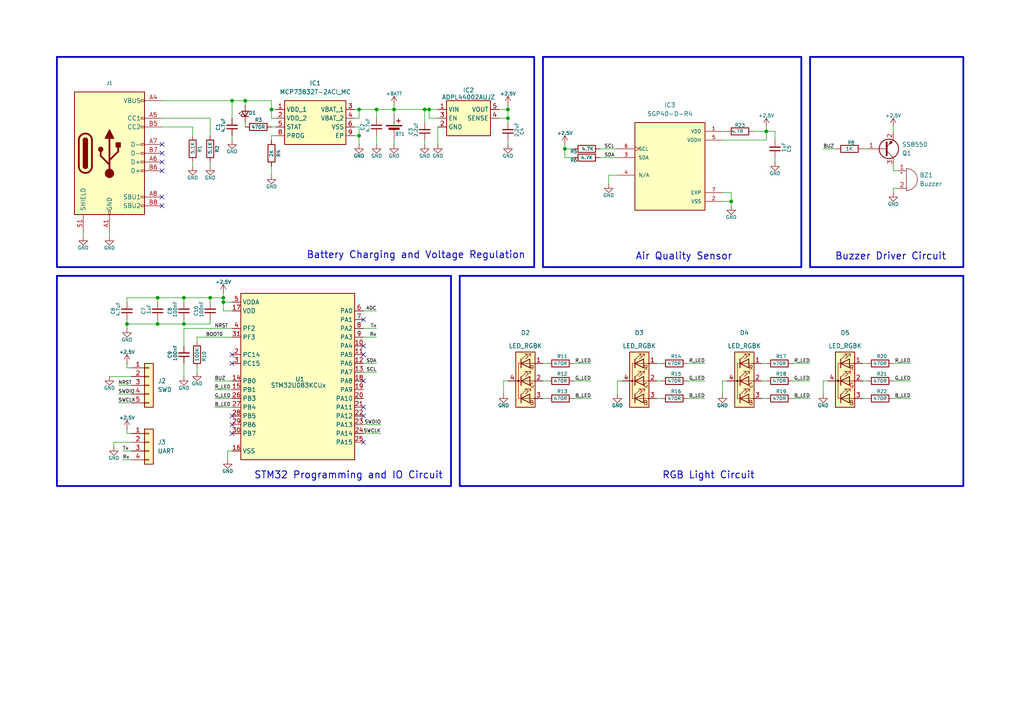
<source format=kicad_sch>
(kicad_sch (version 20250114) (generator "eeschema") (generator_version "9.0")
  (paper "A4")
  (lib_symbols
    (symbol "ADPL44002AUJZ-3_3-R7:ADPL44002AUJZ-3.3-R7"
      (property "Reference" "IC" (at 24.13 7.62 0))
      (property "Value" "ADPL44002AUJZ-3.3-R7" (at 24.13 5.08 0))
      (symbol "ADPL44002AUJZ-3.3-R7_1_1"
        (pin passive line (at 0 0 0) (length 2.54) (name "VIN") (number "1"))
        (pin passive line (at 0 -2.54 0) (length 2.54) (name "EN") (number "3"))
        (pin passive line (at 0 -5.08 0) (length 2.54) (name "GND") (number "2"))
        (pin passive line (at 17.78 0 180) (length 2.54) (name "VOUT") (number "5"))
        (pin passive line (at 17.78 -2.54 180) (length 2.54) (name "SENSE") (number "4"))
      )
    )
    (symbol "Connector:USB_C_Receptacle_USB2.0_16P" (pin_names (offset 1.016))
      (property "Reference" "J" (at 0 22.225 0))
      (property "Value" "USB_C_Receptacle_USB2.0_16P" (at 0 19.685 0))
      (symbol "USB_C_Receptacle_USB2.0_16P_1_1"
        (pin passive line (at -7.62 -22.86 90) (length 5.08) (name "SHIELD") (number "S1"))
        (pin passive line (at 0 -22.86 90) (length 5.08) (name "GND") (number "A1"))
        (pin passive line (at 0 -22.86 90) (length 5.08) (hide yes) (name "GND") (number "A12"))
        (pin passive line (at 0 -22.86 90) (length 5.08) (hide yes) (name "GND") (number "B1"))
        (pin passive line (at 0 -22.86 90) (length 5.08) (hide yes) (name "GND") (number "B12"))
        (pin passive line (at 15.24 15.24 180) (length 5.08) (name "VBUS") (number "A4"))
        (pin passive line (at 15.24 15.24 180) (length 5.08) (hide yes) (name "VBUS") (number "A9"))
        (pin passive line (at 15.24 15.24 180) (length 5.08) (hide yes) (name "VBUS") (number "B4"))
        (pin passive line (at 15.24 15.24 180) (length 5.08) (hide yes) (name "VBUS") (number "B9"))
        (pin bidirectional line (at 15.24 10.16 180) (length 5.08) (name "CC1") (number "A5"))
        (pin bidirectional line (at 15.24 7.62 180) (length 5.08) (name "CC2") (number "B5"))
        (pin bidirectional line (at 15.24 2.54 180) (length 5.08) (name "D-") (number "A7"))
        (pin bidirectional line (at 15.24 0 180) (length 5.08) (name "D-") (number "B7"))
        (pin bidirectional line (at 15.24 -2.54 180) (length 5.08) (name "D+") (number "A6"))
        (pin bidirectional line (at 15.24 -5.08 180) (length 5.08) (name "D+") (number "B6"))
        (pin bidirectional line (at 15.24 -12.7 180) (length 5.08) (name "SBU1") (number "A8"))
        (pin bidirectional line (at 15.24 -15.24 180) (length 5.08) (name "SBU2") (number "B8"))
      )
    )
    (symbol "Connector_Generic:Conn_01x04" (pin_names (offset 1.016) (hide yes))
      (property "Reference" "J" (at 0 5.08 0))
      (property "Value" "Conn_01x04" (at 0 -7.62 0))
      (symbol "Conn_01x04_1_1"
        (pin passive line (at -5.08 2.54 0) (length 3.81) (name "Pin_1") (number "1"))
        (pin passive line (at -5.08 0 0) (length 3.81) (name "Pin_2") (number "2"))
        (pin passive line (at -5.08 -2.54 0) (length 3.81) (name "Pin_3") (number "3"))
        (pin passive line (at -5.08 -5.08 0) (length 3.81) (name "Pin_4") (number "4"))
      )
    )
    (symbol "Connector_Generic:Conn_01x05" (pin_names (offset 1.016) (hide yes))
      (property "Reference" "J" (at 0 7.62 0))
      (property "Value" "Conn_01x05" (at 0 -7.62 0))
      (symbol "Conn_01x05_1_1"
        (pin passive line (at -5.08 5.08 0) (length 3.81) (name "Pin_1") (number "1"))
        (pin passive line (at -5.08 2.54 0) (length 3.81) (name "Pin_2") (number "2"))
        (pin passive line (at -5.08 0 0) (length 3.81) (name "Pin_3") (number "3"))
        (pin passive line (at -5.08 -2.54 0) (length 3.81) (name "Pin_4") (number "4"))
        (pin passive line (at -5.08 -5.08 0) (length 3.81) (name "Pin_5") (number "5"))
      )
    )
    (symbol "Device:Battery_Cell" (pin_numbers (hide yes)) (pin_names (offset 0) (hide yes))
      (property "Reference" "BT1" (at 0.254 -0.762 0))
      (symbol "Battery_Cell_1_1"
        (pin passive line (at 0 5.08 270) (length 2.54) (name "+") (number "P"))
        (pin passive line (at 0 -2.54 90) (length 2.54) (name "-") (number "N"))
      )
    )
    (symbol "Device:Buzzer" (pin_names (offset 0.0254) (hide yes))
      (property "Reference" "BZ" (at 3.81 1.27 0))
      (property "Value" "Buzzer" (at 3.81 -1.27 0))
      (symbol "Buzzer_1_1"
        (pin passive line (at -2.54 2.54 0) (length 2.54) (name "+") (number "1"))
        (pin passive line (at -2.54 -2.54 0) (length 2.54) (name "-") (number "2"))
      )
    )
    (symbol "Device:C_Small" (pin_numbers (hide yes)) (pin_names (offset 0.254) (hide yes))
      (property "Reference" "C" (at 0.254 1.778 0))
      (property "Value" "C_Small" (at 0.254 -2.032 0))
      (symbol "C_Small_1_1"
        (pin passive line (at 0 2.54 270) (length 2.032) (name "~") (number "1"))
        (pin passive line (at 0 -2.54 90) (length 2.032) (name "~") (number "2"))
      )
    )
    (symbol "Device:LED_RGBK" (pin_names (offset 0) (hide yes))
      (property "Reference" "D" (at 0 9.398 0))
      (property "Value" "LED_RGBK" (at 0 -8.89 0))
      (symbol "LED_RGBK_0_0"
        (text "R" (at 1.905 3.81 0) (effects (font (size 1.27 1.27))))
        (text "G" (at 1.905 -1.27 0) (effects (font (size 1.27 1.27))))
        (text "B" (at 1.905 -6.35 0) (effects (font (size 1.27 1.27))))
      )
      (symbol "LED_RGBK_1_1"
        (pin passive line (at -5.08 0 0) (length 2.54) (name "K") (number "4"))
        (pin passive line (at 5.08 5.08 180) (length 2.54) (name "RA") (number "1"))
        (pin passive line (at 5.08 0 180) (length 2.54) (name "GA") (number "2"))
        (pin passive line (at 5.08 -5.08 180) (length 2.54) (name "BA") (number "3"))
      )
    )
    (symbol "Device:LED_Small" (pin_numbers (hide yes)) (pin_names (offset 0.254) (hide yes))
      (property "Reference" "D" (at -1.27 3.175 0))
      (property "Value" "LED_Small" (at -4.445 -2.54 0))
      (symbol "LED_Small_1_1"
        (pin passive line (at -2.54 0 0) (length 1.778) (name "K") (number "1"))
        (pin passive line (at 2.54 0 180) (length 1.778) (name "A") (number "2"))
      )
    )
    (symbol "Device:R" (pin_numbers (hide yes)) (pin_names (offset 0))
      (property "Reference" "R" (at 2.032 0 90))
      (property "Value" "R" (at 0 0 90))
      (symbol "R_1_1"
        (pin passive line (at 0 3.81 270) (length 1.27) (name "~") (number "1"))
        (pin passive line (at 0 -3.81 90) (length 1.27) (name "~") (number "2"))
      )
    )
    (symbol "MCP73832T-2ACI_MC:MCP73832T-2ACI_MC"
      (property "Reference" "IC" (at 26.67 7.62 0))
      (property "Value" "MCP73832T-2ACI_MC" (at 26.67 5.08 0))
      (symbol "MCP73832T-2ACI_MC_1_1"
        (pin passive line (at 0 0 0) (length 2.54) (name "VDD_1") (number "1"))
        (pin passive line (at 0 -2.54 0) (length 2.54) (name "VDD_2") (number "2"))
        (pin passive line (at 0 -5.08 0) (length 2.54) (name "STAT") (number "5"))
        (pin passive line (at 0 -7.62 0) (length 2.54) (name "PROG") (number "8"))
        (pin no_connect line (at 0 -10.16 0) (length 2.54) (hide yes) (name "NC") (number "7"))
        (pin passive line (at 22.86 0 180) (length 2.54) (name "VBAT_1") (number "3"))
        (pin passive line (at 22.86 -2.54 180) (length 2.54) (name "VBAT_2") (number "4"))
        (pin passive line (at 22.86 -5.08 180) (length 2.54) (name "VSS") (number "6"))
        (pin passive line (at 22.86 -7.62 180) (length 2.54) (name "EP") (number "9"))
      )
    )
    (symbol "MCU_ST_STM32U0:STM32U083KCUx"
      (property "Reference" "U" (at -10.16 26.67 0))
      (property "Value" "STM32U083KCUx" (at 5.08 26.67 0))
      (symbol "STM32U083KCUx_1_1"
        (pin power_in line (at -19.05 22.86 0) (length 2.54) (name "VDDA") (number "5"))
        (pin power_in line (at -19.05 20.32 0) (length 2.54) (hide yes) (name "VDD") (number "1"))
        (pin power_in line (at -19.05 20.32 0) (length 2.54) (name "VDD") (number "17"))
        (pin bidirectional line (at -19.05 15.24 0) (length 2.54) (name "PF2") (number "4"))
        (pin bidirectional line (at -19.05 12.7 0) (length 2.54) (name "PF3") (number "31"))
        (pin bidirectional line (at -19.05 7.62 0) (length 2.54) (name "PC14") (number "2"))
        (pin bidirectional line (at -19.05 5.08 0) (length 2.54) (name "PC15") (number "3"))
        (pin bidirectional line (at -19.05 0 0) (length 2.54) (name "PB0") (number "14"))
        (pin bidirectional line (at -19.05 -2.54 0) (length 2.54) (name "PB1") (number "15"))
        (pin bidirectional line (at -19.05 -5.08 0) (length 2.54) (name "PB3") (number "26"))
        (pin bidirectional line (at -19.05 -7.62 0) (length 2.54) (name "PB4") (number "27"))
        (pin bidirectional line (at -19.05 -10.16 0) (length 2.54) (name "PB5") (number "28"))
        (pin bidirectional line (at -19.05 -12.7 0) (length 2.54) (name "PB6") (number "29"))
        (pin bidirectional line (at -19.05 -15.24 0) (length 2.54) (name "PB7") (number "30"))
        (pin power_in line (at -19.05 -20.32 0) (length 2.54) (name "VSS") (number "16"))
        (pin passive line (at -19.05 -20.32 0) (length 2.54) (hide yes) (name "VSS") (number "32"))
        (pin passive line (at -19.05 -20.32 0) (length 2.54) (hide yes) (name "VSS") (number "33"))
        (pin bidirectional line (at 19.05 20.32 180) (length 2.54) (name "PA0") (number "6"))
        (pin bidirectional line (at 19.05 17.78 180) (length 2.54) (name "PA1") (number "7"))
        (pin bidirectional line (at 19.05 15.24 180) (length 2.54) (name "PA2") (number "8"))
        (pin bidirectional line (at 19.05 12.7 180) (length 2.54) (name "PA3") (number "9"))
        (pin bidirectional line (at 19.05 10.16 180) (length 2.54) (name "PA4") (number "10"))
        (pin bidirectional line (at 19.05 7.62 180) (length 2.54) (name "PA5") (number "11"))
        (pin bidirectional line (at 19.05 5.08 180) (length 2.54) (name "PA6") (number "12"))
        (pin bidirectional line (at 19.05 2.54 180) (length 2.54) (name "PA7") (number "13"))
        (pin bidirectional line (at 19.05 0 180) (length 2.54) (name "PA8") (number "18"))
        (pin bidirectional line (at 19.05 -2.54 180) (length 2.54) (name "PA9") (number "19"))
        (pin bidirectional line (at 19.05 -5.08 180) (length 2.54) (name "PA10") (number "20"))
        (pin bidirectional line (at 19.05 -7.62 180) (length 2.54) (name "PA11") (number "21"))
        (pin bidirectional line (at 19.05 -10.16 180) (length 2.54) (name "PA12") (number "22"))
        (pin bidirectional line (at 19.05 -12.7 180) (length 2.54) (name "PA13") (number "23"))
        (pin bidirectional line (at 19.05 -15.24 180) (length 2.54) (name "PA14") (number "24"))
        (pin bidirectional line (at 19.05 -17.78 180) (length 2.54) (name "PA15") (number "25"))
      )
    )
    (symbol "SGP40-D-R4:SGP40-D-R4" (pin_names (offset 1.016))
      (property "Reference" "U" (at -10.16 13.462 0))
      (property "Value" "SGP40-D-R4" (at -10.16 -15.24 0))
      (symbol "SGP40-D-R4_0_0"
        (pin bidirectional clock (at -15.24 5.08 0) (length 5.08) (name "SCL") (number "6"))
        (pin bidirectional line (at -15.24 2.54 0) (length 5.08) (name "SDA") (number "3"))
        (pin passive line (at -15.24 -2.54 0) (length 5.08) (name "N/A") (number "4"))
        (pin power_in line (at 15.24 10.16 180) (length 5.08) (name "VDD") (number "1"))
        (pin power_in line (at 15.24 7.62 180) (length 5.08) (name "VDDH") (number "5"))
        (pin power_in line (at 15.24 -7.62 180) (length 5.08) (name "EXP") (number "7"))
        (pin power_in line (at 15.24 -10.16 180) (length 5.08) (name "VSS") (number "2"))
      )
    )
    (symbol "Transistor_BJT:SS8550" (pin_names (offset 0) (hide yes))
      (property "Reference" "Q" (at 5.08 1.905 0))
      (property "Value" "SS8550" (at 5.08 0 0))
      (symbol "SS8550_1_1"
        (pin input line (at -5.08 0 0) (length 2.54) (name "B") (number "1"))
        (pin passive line (at 2.54 5.08 270) (length 2.54) (name "C") (number "3"))
        (pin passive line (at 2.54 -5.08 90) (length 2.54) (name "E") (number "2"))
      )
    )
    (symbol "power:+3.3V" (power) (pin_numbers (hide yes)) (pin_names (offset 0) (hide yes))
      (property "Value" "+3.3V" (at 0 3.556 0))
      (symbol "+3.3V_1_1"
        (pin power_in line (at 0 0 90) (length 0) (name "~") (number "1"))
      )
    )
    (symbol "power:+BATT" (power) (pin_numbers (hide yes)) (pin_names (offset 0) (hide yes))
      (property "Value" "+BATT" (at 0 3.556 0))
      (symbol "+BATT_1_1"
        (pin power_in line (at 0 0 90) (length 0) (name "~") (number "1"))
      )
    )
    (symbol "power:GND" (power) (pin_numbers (hide yes)) (pin_names (offset 0) (hide yes))
      (property "Value" "GND" (at 0 -3.81 0))
      (symbol "GND_1_1"
        (pin power_in line (at 0 0 270) (length 0) (name "~") (number "1"))
      )
    )
  )
  (rectangle (start 133.35 80.01) (end 279.4 140.97) (stroke (width 0.508)))
  (rectangle (start 16.51 80.01) (end 130.81 140.97) (stroke (width 0.508)))
  (rectangle (start 16.51 16.51) (end 154.94 77.47) (stroke (width 0.508)))
  (rectangle (start 234.95 16.51) (end 279.4 77.47) (stroke (width 0.508)))
  (rectangle (start 157.48 16.51) (end 232.41 77.47) (stroke (width 0.508)))
  (text "Air Quality Sensor\n" (at 198.374 74.422 0) (effects (font (size 2.032 2.032) (thickness 0.254))))
  (text "STM32 Programming and IO Circuit\n" (at 101.092 137.922 0) (effects (font (size 2.032 2.032) (thickness 0.254))))
  (text "Battery Charging and Voltage Regulation\n\n" (at 120.65 75.692 0) (effects (font (size 2.032 2.032) (thickness 0.254))))
  (text "RGB Light Circuit\n" (at 205.486 137.922 0) (effects (font (size 2.032 2.032) (thickness 0.254))))
  (text "Buzzer Driver Circuit" (at 258.318 74.422 0) (effects (font (size 2.032 2.032) (thickness 0.254))))
  (junction (at 36.83 93.98))
  (junction (at 78.74 31.75))
  (junction (at 64.77 87.63))
  (junction (at 123.19 31.75))
  (junction (at 67.31 29.21))
  (junction (at 163.83 43.18))
  (junction (at 147.32 31.75))
  (junction (at 64.77 86.36))
  (junction (at 71.12 29.21))
  (junction (at 53.34 86.36))
  (junction (at 222.25 38.1))
  (junction (at 104.14 31.75))
  (junction (at 104.14 39.37))
  (junction (at 212.09 58.42))
  (junction (at 109.22 31.75))
  (junction (at 114.3 31.75))
  (junction (at 45.72 86.36))
  (junction (at 53.34 93.98))
  (junction (at 124.46 31.75))
  (junction (at 45.72 93.98))
  (junction (at 60.96 86.36))
  (junction (at 147.32 34.29))
  (no_connect (at 67.31 123.19))
  (no_connect (at 46.99 41.91))
  (no_connect (at 105.41 92.71))
  (no_connect (at 67.31 105.41))
  (no_connect (at 46.99 57.15))
  (no_connect (at 105.41 100.33))
  (no_connect (at 67.31 125.73))
  (no_connect (at 105.41 118.11))
  (no_connect (at 46.99 46.99))
  (no_connect (at 67.31 102.87))
  (no_connect (at 105.41 128.27))
  (no_connect (at 105.41 120.65))
  (no_connect (at 46.99 59.69))
  (no_connect (at 46.99 49.53))
  (no_connect (at 46.99 44.45))
  (no_connect (at 105.41 110.49))
  (no_connect (at 67.31 120.65))
  (no_connect (at 105.41 102.87))
  (wire (pts (xy 229.87 110.49) (xy 234.95 110.49)))
  (wire (pts (xy 36.83 93.98) (xy 36.83 95.25)))
  (wire (pts (xy 238.76 43.18) (xy 242.57 43.18)))
  (wire (pts (xy 191.77 110.49) (xy 190.5 110.49)))
  (wire (pts (xy 24.13 68.58) (xy 24.13 67.31)))
  (wire (pts (xy 163.83 43.18) (xy 163.83 45.72)))
  (wire (pts (xy 57.15 106.68) (xy 57.15 107.95)))
  (wire (pts (xy 147.32 34.29) (xy 147.32 31.75)))
  (wire (pts (xy 64.77 85.09) (xy 64.77 86.36)))
  (wire (pts (xy 222.25 115.57) (xy 220.98 115.57)))
  (wire (pts (xy 66.04 130.81) (xy 66.04 133.35)))
  (wire (pts (xy 45.72 86.36) (xy 53.34 86.36)))
  (wire (pts (xy 67.31 29.21) (xy 67.31 34.29)))
  (wire (pts (xy 33.02 128.27) (xy 38.1 128.27)))
  (wire (pts (xy 46.99 29.21) (xy 67.31 29.21)))
  (wire (pts (xy 78.74 36.83) (xy 80.01 36.83)))
  (wire (pts (xy 210.82 110.49) (xy 209.55 110.49)))
  (wire (pts (xy 260.35 49.53) (xy 259.08 49.53)))
  (wire (pts (xy 123.19 40.64) (xy 123.19 41.91)))
  (wire (pts (xy 179.07 110.49) (xy 179.07 114.3)))
  (wire (pts (xy 102.87 31.75) (xy 104.14 31.75)))
  (wire (pts (xy 45.72 86.36) (xy 45.72 87.63)))
  (wire (pts (xy 53.34 86.36) (xy 60.96 86.36)))
  (wire (pts (xy 109.22 31.75) (xy 109.22 34.29)))
  (wire (pts (xy 104.14 31.75) (xy 109.22 31.75)))
  (wire (pts (xy 78.74 29.21) (xy 78.74 31.75)))
  (wire (pts (xy 109.22 90.17) (xy 105.41 90.17)))
  (wire (pts (xy 45.72 93.98) (xy 36.83 93.98)))
  (wire (pts (xy 64.77 90.17) (xy 67.31 90.17)))
  (wire (pts (xy 229.87 105.41) (xy 234.95 105.41)))
  (wire (pts (xy 36.83 124.46) (xy 36.83 125.73)))
  (wire (pts (xy 146.05 110.49) (xy 146.05 114.3)))
  (wire (pts (xy 173.99 45.72) (xy 179.07 45.72)))
  (wire (pts (xy 62.23 115.57) (xy 67.31 115.57)))
  (wire (pts (xy 64.77 87.63) (xy 67.31 87.63)))
  (wire (pts (xy 212.09 58.42) (xy 212.09 59.69)))
  (wire (pts (xy 109.22 41.91) (xy 109.22 39.37)))
  (wire (pts (xy 199.39 105.41) (xy 204.47 105.41)))
  (wire (pts (xy 158.75 115.57) (xy 157.48 115.57)))
  (wire (pts (xy 71.12 29.21) (xy 67.31 29.21)))
  (wire (pts (xy 222.25 38.1) (xy 222.25 36.83)))
  (wire (pts (xy 163.83 45.72) (xy 166.37 45.72)))
  (wire (pts (xy 166.37 110.49) (xy 171.45 110.49)))
  (wire (pts (xy 147.32 40.64) (xy 147.32 41.91)))
  (wire (pts (xy 36.83 92.71) (xy 36.83 93.98)))
  (wire (pts (xy 60.96 48.26) (xy 60.96 46.99)))
  (wire (pts (xy 127 34.29) (xy 124.46 34.29)))
  (wire (pts (xy 62.23 118.11) (xy 67.31 118.11)))
  (wire (pts (xy 34.29 116.84) (xy 38.1 116.84)))
  (wire (pts (xy 251.46 115.57) (xy 250.19 115.57)))
  (wire (pts (xy 229.87 115.57) (xy 234.95 115.57)))
  (wire (pts (xy 31.75 68.58) (xy 31.75 67.31)))
  (wire (pts (xy 240.03 110.49) (xy 238.76 110.49)))
  (wire (pts (xy 163.83 41.91) (xy 163.83 43.18)))
  (wire (pts (xy 114.3 31.75) (xy 109.22 31.75)))
  (wire (pts (xy 104.14 39.37) (xy 104.14 41.91)))
  (wire (pts (xy 259.08 54.61) (xy 260.35 54.61)))
  (wire (pts (xy 259.08 54.61) (xy 259.08 55.88)))
  (wire (pts (xy 53.34 100.33) (xy 53.34 95.25)))
  (wire (pts (xy 199.39 110.49) (xy 204.47 110.49)))
  (wire (pts (xy 60.96 93.98) (xy 53.34 93.98)))
  (wire (pts (xy 55.88 48.26) (xy 55.88 46.99)))
  (wire (pts (xy 176.53 50.8) (xy 176.53 53.34)))
  (wire (pts (xy 147.32 110.49) (xy 146.05 110.49)))
  (wire (pts (xy 124.46 31.75) (xy 127 31.75)))
  (wire (pts (xy 46.99 34.29) (xy 60.96 34.29)))
  (wire (pts (xy 209.55 58.42) (xy 212.09 58.42)))
  (wire (pts (xy 123.19 31.75) (xy 124.46 31.75)))
  (wire (pts (xy 251.46 105.41) (xy 250.19 105.41)))
  (wire (pts (xy 34.29 111.76) (xy 38.1 111.76)))
  (wire (pts (xy 62.23 113.03) (xy 67.31 113.03)))
  (wire (pts (xy 60.96 86.36) (xy 60.96 87.63)))
  (wire (pts (xy 222.25 110.49) (xy 220.98 110.49)))
  (wire (pts (xy 110.49 125.73) (xy 105.41 125.73)))
  (wire (pts (xy 80.01 31.75) (xy 78.74 31.75)))
  (wire (pts (xy 80.01 34.29) (xy 78.74 34.29)))
  (wire (pts (xy 78.74 34.29) (xy 78.74 31.75)))
  (wire (pts (xy 102.87 34.29) (xy 104.14 34.29)))
  (wire (pts (xy 60.96 34.29) (xy 60.96 39.37)))
  (wire (pts (xy 173.99 43.18) (xy 179.07 43.18)))
  (wire (pts (xy 124.46 34.29) (xy 124.46 31.75)))
  (wire (pts (xy 199.39 115.57) (xy 204.47 115.57)))
  (wire (pts (xy 53.34 86.36) (xy 53.34 87.63)))
  (wire (pts (xy 109.22 95.25) (xy 105.41 95.25)))
  (wire (pts (xy 212.09 55.88) (xy 212.09 58.42)))
  (wire (pts (xy 224.79 45.72) (xy 224.79 46.99)))
  (wire (pts (xy 78.74 39.37) (xy 80.01 39.37)))
  (wire (pts (xy 123.19 31.75) (xy 123.19 35.56)))
  (wire (pts (xy 259.08 115.57) (xy 264.16 115.57)))
  (wire (pts (xy 36.83 86.36) (xy 45.72 86.36)))
  (wire (pts (xy 102.87 39.37) (xy 104.14 39.37)))
  (wire (pts (xy 71.12 29.21) (xy 78.74 29.21)))
  (wire (pts (xy 55.88 36.83) (xy 46.99 36.83)))
  (wire (pts (xy 31.75 109.22) (xy 38.1 109.22)))
  (wire (pts (xy 209.55 38.1) (xy 210.82 38.1)))
  (wire (pts (xy 166.37 105.41) (xy 171.45 105.41)))
  (wire (pts (xy 147.32 31.75) (xy 144.78 31.75)))
  (wire (pts (xy 209.55 110.49) (xy 209.55 114.3)))
  (wire (pts (xy 64.77 87.63) (xy 64.77 90.17)))
  (wire (pts (xy 109.22 107.95) (xy 105.41 107.95)))
  (wire (pts (xy 71.12 29.21) (xy 71.12 30.48)))
  (wire (pts (xy 259.08 49.53) (xy 259.08 48.26)))
  (wire (pts (xy 35.56 130.81) (xy 38.1 130.81)))
  (wire (pts (xy 67.31 130.81) (xy 66.04 130.81)))
  (wire (pts (xy 60.96 92.71) (xy 60.96 93.98)))
  (wire (pts (xy 38.1 106.68) (xy 36.83 106.68)))
  (wire (pts (xy 144.78 34.29) (xy 147.32 34.29)))
  (wire (pts (xy 251.46 110.49) (xy 250.19 110.49)))
  (wire (pts (xy 78.74 40.64) (xy 78.74 39.37)))
  (wire (pts (xy 64.77 86.36) (xy 64.77 87.63)))
  (wire (pts (xy 158.75 105.41) (xy 157.48 105.41)))
  (wire (pts (xy 71.12 35.56) (xy 71.12 36.83)))
  (wire (pts (xy 53.34 93.98) (xy 45.72 93.98)))
  (wire (pts (xy 259.08 105.41) (xy 264.16 105.41)))
  (wire (pts (xy 34.29 114.3) (xy 38.1 114.3)))
  (wire (pts (xy 259.08 36.83) (xy 259.08 38.1)))
  (wire (pts (xy 109.22 97.79) (xy 105.41 97.79)))
  (wire (pts (xy 163.83 43.18) (xy 166.37 43.18)))
  (wire (pts (xy 53.34 95.25) (xy 67.31 95.25)))
  (wire (pts (xy 57.15 99.06) (xy 57.15 97.79)))
  (wire (pts (xy 57.15 97.79) (xy 67.31 97.79)))
  (wire (pts (xy 104.14 36.83) (xy 104.14 39.37)))
  (wire (pts (xy 191.77 115.57) (xy 190.5 115.57)))
  (wire (pts (xy 36.83 106.68) (xy 36.83 105.41)))
  (wire (pts (xy 147.32 30.48) (xy 147.32 31.75)))
  (wire (pts (xy 45.72 92.71) (xy 45.72 93.98)))
  (wire (pts (xy 209.55 55.88) (xy 212.09 55.88)))
  (wire (pts (xy 191.77 105.41) (xy 190.5 105.41)))
  (wire (pts (xy 53.34 92.71) (xy 53.34 93.98)))
  (wire (pts (xy 53.34 105.41) (xy 53.34 109.22)))
  (wire (pts (xy 158.75 110.49) (xy 157.48 110.49)))
  (wire (pts (xy 109.22 105.41) (xy 105.41 105.41)))
  (wire (pts (xy 180.34 110.49) (xy 179.07 110.49)))
  (wire (pts (xy 78.74 50.8) (xy 78.74 48.26)))
  (wire (pts (xy 114.3 41.91) (xy 114.3 40.64)))
  (wire (pts (xy 250.19 43.18) (xy 251.46 43.18)))
  (wire (pts (xy 127 36.83) (xy 127 41.91)))
  (wire (pts (xy 259.08 110.49) (xy 264.16 110.49)))
  (wire (pts (xy 224.79 40.64) (xy 224.79 38.1)))
  (wire (pts (xy 238.76 110.49) (xy 238.76 114.3)))
  (wire (pts (xy 222.25 40.64) (xy 222.25 38.1)))
  (wire (pts (xy 179.07 50.8) (xy 176.53 50.8)))
  (wire (pts (xy 102.87 36.83) (xy 104.14 36.83)))
  (wire (pts (xy 222.25 105.41) (xy 220.98 105.41)))
  (wire (pts (xy 110.49 123.19) (xy 105.41 123.19)))
  (wire (pts (xy 62.23 110.49) (xy 67.31 110.49)))
  (wire (pts (xy 35.56 133.35) (xy 38.1 133.35)))
  (wire (pts (xy 209.55 40.64) (xy 222.25 40.64)))
  (wire (pts (xy 218.44 38.1) (xy 222.25 38.1)))
  (wire (pts (xy 55.88 39.37) (xy 55.88 36.83)))
  (wire (pts (xy 67.31 40.64) (xy 67.31 39.37)))
  (wire (pts (xy 114.3 31.75) (xy 123.19 31.75)))
  (wire (pts (xy 114.3 30.48) (xy 114.3 31.75)))
  (wire (pts (xy 104.14 34.29) (xy 104.14 31.75)))
  (wire (pts (xy 147.32 34.29) (xy 147.32 35.56)))
  (wire (pts (xy 33.02 128.27) (xy 33.02 129.54)))
  (wire (pts (xy 224.79 38.1) (xy 222.25 38.1)))
  (wire (pts (xy 36.83 87.63) (xy 36.83 86.36)))
  (wire (pts (xy 114.3 33.02) (xy 114.3 31.75)))
  (wire (pts (xy 60.96 86.36) (xy 64.77 86.36)))
  (wire (pts (xy 166.37 115.57) (xy 171.45 115.57)))
  (wire (pts (xy 36.83 125.73) (xy 38.1 125.73)))
  (label "B_LED" (at 171.45 115.57 180) (effects (font (size 1 1))))
  (label "B_LED" (at 234.95 115.57 180) (effects (font (size 1 1))))
  (label "B_LED" (at 62.23 118.11 0) (effects (font (size 1 1))))
  (label "R_LED" (at 62.23 113.03 0) (effects (font (size 1 1))))
  (label "SWDIO" (at 110.49 123.19 180) (effects (font (size 1 1))))
  (label "NRST" (at 34.29 111.76 0) (effects (font (size 1 1))))
  (label "SCL" (at 175.26 43.18 0) (effects (font (size 1 1))))
  (label "SWCLK" (at 34.29 116.84 0) (effects (font (size 1 1))))
  (label "SDA" (at 109.22 105.41 180) (effects (font (size 1 1))))
  (label "ADC" (at 109.22 90.17 180) (effects (font (size 1 1))))
  (label "G_LED" (at 204.47 110.49 180) (effects (font (size 1 1))))
  (label "Tx" (at 35.56 130.81 0) (effects (font (size 1 1))))
  (label "G_LED" (at 171.45 110.49 180) (effects (font (size 1 1))))
  (label "G_LED" (at 234.95 110.49 180) (effects (font (size 1 1))))
  (label "Rx" (at 35.56 133.35 0) (effects (font (size 1 1))))
  (label "R_LED" (at 234.95 105.41 180) (effects (font (size 1 1))))
  (label "G_LED" (at 62.23 115.57 0) (effects (font (size 1 1))))
  (label "SDA" (at 175.26 45.72 0) (effects (font (size 1 1))))
  (label "BUZ" (at 62.23 110.49 0) (effects (font (size 1 1))))
  (label "Tx" (at 109.22 95.25 180) (effects (font (size 1 1))))
  (label "SCL" (at 109.22 107.95 180) (effects (font (size 1 1))))
  (label "BOOT0" (at 59.69 97.79 0) (effects (font (size 1 1))))
  (label "Rx" (at 109.22 97.79 180) (effects (font (size 1 1))))
  (label "B_LED" (at 264.16 115.57 180) (effects (font (size 1 1))))
  (label "R_LED" (at 264.16 105.41 180) (effects (font (size 1 1))))
  (label "B_LED" (at 204.47 115.57 180) (effects (font (size 1 1))))
  (label "R_LED" (at 204.47 105.41 180) (effects (font (size 1 1))))
  (label "NRST" (at 62.23 95.25 0) (effects (font (size 1 1))))
  (label "G_LED" (at 264.16 110.49 180) (effects (font (size 1 1))))
  (label "BUZ" (at 238.76 43.18 0) (effects (font (size 1 1))))
  (label "SWCLK" (at 110.49 125.73 180) (effects (font (size 1 1))))
  (label "R_LED" (at 171.45 105.41 180) (effects (font (size 1 1))))
  (label "SWDIO" (at 34.29 114.3 0) (effects (font (size 1 1))))
  (symbol (lib_id "Device:R") (at 214.63 38.1 90) (mirror x) (unit 1)
    (property "Reference" "R23" (at 216.154 36.322 90) (effects (font (size 1 1)) (justify left)))
    (property "Value" "4.7R" (at 215.646 38.1 90) (effects (font (size 1 1)) (justify left)))
    (property "Footprint" "Resistor_SMD:R_0805_2012Metric" (effects (hide yes)))
    (property "Description" "Resistor" (effects (hide yes)))
  )
  (symbol (lib_id "power:GND") (at 179.07 114.3 0) (unit 1)
    (property "Reference" "#PWR031" (effects (hide yes)))
    (property "Value" "GND" (at 179.07 117.602 0) (effects (font (size 1 1))))
    (property "Description" "Power symbol creates a global label with name \"GND\" , ground" (effects (hide yes)))
  )
  (symbol (lib_id "Device:C_Small") (at 147.32 38.1 0) (mirror x) (unit 1)
    (property "Reference" "C4" (at 151.384 38.1 90) (effects (font (size 1 1))))
    (property "Value" "2.2uF" (at 149.86 37.592 90) (effects (font (size 1 1))))
    (property "Footprint" "Capacitor_SMD:C_0603_1608Metric" (effects (hide yes)))
    (property "Description" "Unpolarized capacitor, small symbol" (effects (hide yes)))
  )
  (symbol (lib_id "power:GND") (at 109.22 41.91 0) (unit 1)
    (property "Reference" "#PWR08" (effects (hide yes)))
    (property "Value" "GND" (at 109.22 45.212 0) (effects (font (size 1 1))))
    (property "Description" "Power symbol creates a global label with name \"GND\" , ground" (effects (hide yes)))
  )
  (symbol (lib_id "power:GND") (at 33.02 129.54 0) (unit 1)
    (property "Reference" "#PWR022" (effects (hide yes)))
    (property "Value" "GND" (at 33.02 132.842 0) (effects (font (size 1 1))))
    (property "Description" "Power symbol creates a global label with name \"GND\" , ground" (effects (hide yes)))
  )
  (symbol (lib_id "power:GND") (at 55.88 48.26 0) (unit 1)
    (property "Reference" "#PWR03" (effects (hide yes)))
    (property "Value" "GND" (at 55.88 51.562 0) (effects (font (size 1 1))))
    (property "Description" "Power symbol creates a global label with name \"GND\" , ground" (effects (hide yes)))
  )
  (symbol (lib_id "Device:C_Small") (at 36.83 90.17 180) (unit 1)
    (property "Reference" "C6" (at 32.766 90.17 90) (effects (font (size 1 1))))
    (property "Value" "4.7uF" (at 34.29 89.662 90) (effects (font (size 1 1))))
    (property "Footprint" "Capacitor_SMD:C_0603_1608Metric" (effects (hide yes)))
    (property "Description" "Unpolarized capacitor, small symbol" (effects (hide yes)))
  )
  (symbol (lib_id "power:GND") (at 147.32 41.91 0) (unit 1)
    (property "Reference" "#PWR014" (effects (hide yes)))
    (property "Value" "GND" (at 147.32 45.212 0) (effects (font (size 1 1))))
    (property "Description" "Power symbol creates a global label with name \"GND\" , ground" (effects (hide yes)))
  )
  (symbol (lib_id "Device:R") (at 55.88 43.18 180) (unit 1)
    (property "Reference" "R1" (at 57.912 42.164 90) (effects (font (size 1 1)) (justify left)))
    (property "Value" "5.1K" (at 55.88 41.148 90) (effects (font (size 1 1)) (justify left)))
    (property "Footprint" "Resistor_SMD:R_0603_1608Metric" (effects (hide yes)))
    (property "Description" "Resistor" (effects (hide yes)))
  )
  (symbol (lib_id "power:GND") (at 123.19 41.91 0) (unit 1)
    (property "Reference" "#PWR011" (effects (hide yes)))
    (property "Value" "GND" (at 123.19 45.212 0) (effects (font (size 1 1))))
    (property "Description" "Power symbol creates a global label with name \"GND\" , ground" (effects (hide yes)))
  )
  (symbol (lib_id "Device:R") (at 74.93 36.83 270) (unit 1)
    (property "Reference" "R3" (at 73.914 34.798 90) (effects (font (size 1 1)) (justify left)))
    (property "Value" "470R" (at 72.898 36.83 90) (effects (font (size 1 1)) (justify left)))
    (property "Footprint" "Resistor_SMD:R_0603_1608Metric" (effects (hide yes)))
    (property "Description" "Resistor" (effects (hide yes)))
  )
  (symbol (lib_id "Device:Buzzer") (at 262.89 52.07 0) (unit 1)
    (property "Reference" "BZ1" (at 266.7 50.7999 0) (effects (justify left)))
    (property "Value" "Buzzer" (at 266.7 53.3399 0) (effects (justify left)))
    (property "Footprint" "PKMCS0909E4000_R1:PKMCS0909E4000-R1_MUR" (effects (hide yes)))
    (property "Description" "Buzzer, polarized" (effects (hide yes)))
  )
  (symbol (lib_id "power:+3.3V") (at 36.83 105.41 0) (unit 1)
    (property "Reference" "#PWR024" (effects (hide yes)))
    (property "Value" "+2.5V" (at 36.83 102.108 0) (effects (font (size 1 1))))
    (property "Description" "Power symbol creates a global label with name \"+3.3V\"" (effects (hide yes)))
  )
  (symbol (lib_id "Device:R") (at 255.27 110.49 270) (unit 1)
    (property "Reference" "R21" (at 254.254 108.458 90) (effects (font (size 1 1)) (justify left)))
    (property "Value" "470R" (at 253.238 110.49 90) (effects (font (size 1 1)) (justify left)))
    (property "Footprint" "Resistor_SMD:R_0603_1608Metric" (effects (hide yes)))
    (property "Description" "Resistor" (effects (hide yes)))
  )
  (symbol (lib_id "Device:C_Small") (at 123.19 38.1 180) (unit 1)
    (property "Reference" "C3" (at 119.126 38.1 90) (effects (font (size 1 1))))
    (property "Value" "2.2uF" (at 120.65 37.592 90) (effects (font (size 1 1))))
    (property "Footprint" "Capacitor_SMD:C_0603_1608Metric" (effects (hide yes)))
    (property "Description" "Unpolarized capacitor, small symbol" (effects (hide yes)))
  )
  (symbol (lib_id "power:GND") (at 224.79 46.99 0) (unit 1)
    (property "Reference" "#PWR017" (effects (hide yes)))
    (property "Value" "GND" (at 224.79 50.292 0) (effects (font (size 1 1))))
    (property "Description" "Power symbol creates a global label with name \"GND\" , ground" (effects (hide yes)))
  )
  (symbol (lib_id "power:GND") (at 104.14 41.91 0) (unit 1)
    (property "Reference" "#PWR07" (effects (hide yes)))
    (property "Value" "GND" (at 104.14 45.212 0) (effects (font (size 1 1))))
    (property "Description" "Power symbol creates a global label with name \"GND\" , ground" (effects (hide yes)))
  )
  (symbol (lib_id "power:GND") (at 212.09 59.69 0) (unit 1)
    (property "Reference" "#PWR035" (effects (hide yes)))
    (property "Value" "GND" (at 212.09 62.992 0) (effects (font (size 1 1))))
    (property "Description" "Power symbol creates a global label with name \"GND\" , ground" (effects (hide yes)))
  )
  (symbol (lib_id "power:GND") (at 127 41.91 0) (unit 1)
    (property "Reference" "#PWR012" (effects (hide yes)))
    (property "Value" "GND" (at 127 45.212 0) (effects (font (size 1 1))))
    (property "Description" "Power symbol creates a global label with name \"GND\" , ground" (effects (hide yes)))
  )
  (symbol (lib_id "Device:R") (at 226.06 110.49 270) (unit 1)
    (property "Reference" "R18" (at 225.044 108.458 90) (effects (font (size 1 1)) (justify left)))
    (property "Value" "470R" (at 224.028 110.49 90) (effects (font (size 1 1)) (justify left)))
    (property "Footprint" "Resistor_SMD:R_0603_1608Metric" (effects (hide yes)))
    (property "Description" "Resistor" (effects (hide yes)))
  )
  (symbol (lib_id "Device:LED_RGBK") (at 245.11 110.49 0) (unit 1)
    (property "Reference" "D5" (at 245.11 96.52 0))
    (property "Value" "LED_RGBK" (at 245.11 100.33 0))
    (property "Footprint" "EAST1616RGBA1:EAST1616RGBA1" (effects (hide yes)))
    (property "Description" "RGB LED, red/green/blue/cathode" (effects (hide yes)))
  )
  (symbol (lib_id "power:GND") (at 31.75 68.58 0) (unit 1)
    (property "Reference" "#PWR02" (effects (hide yes)))
    (property "Value" "GND" (at 31.75 71.882 0) (effects (font (size 1 1))))
    (property "Description" "Power symbol creates a global label with name \"GND\" , ground" (effects (hide yes)))
  )
  (symbol (lib_id "power:GND") (at 209.55 114.3 0) (unit 1)
    (property "Reference" "#PWR032" (effects (hide yes)))
    (property "Value" "GND" (at 209.55 117.602 0) (effects (font (size 1 1))))
    (property "Description" "Power symbol creates a global label with name \"GND\" , ground" (effects (hide yes)))
  )
  (symbol (lib_id "Device:R") (at 57.15 102.87 180) (unit 1)
    (property "Reference" "R10" (at 59.182 101.854 90) (effects (font (size 1 1)) (justify left)))
    (property "Value" "100K" (at 57.15 100.838 90) (effects (font (size 1 1)) (justify left)))
    (property "Footprint" "Resistor_SMD:R_0603_1608Metric" (effects (hide yes)))
    (property "Description" "Resistor" (effects (hide yes)))
  )
  (symbol (lib_id "Connector:USB_C_Receptacle_USB2.0_16P") (at 31.75 44.45 0) (unit 1)
    (property "Reference" "J1" (at 31.75 24.13 0) (effects (font (size 1 1))))
    (property "Value" "USB_C_Receptacle_USB2.0_16P" (effects (hide yes)))
    (property "Footprint" "Connector_USB:USB_C_Receptacle_Palconn_UTC16-G" (effects (hide yes)))
    (property "Datasheet" "https://www.usb.org/sites/default/files/documents/usb_type-c.zip" (effects (hide yes)))
    (property "Description" "USB 2.0-only 16P Type-C Receptacle connector" (effects (hide yes)))
  )
  (symbol (lib_id "power:GND") (at 238.76 114.3 0) (unit 1)
    (property "Reference" "#PWR033" (effects (hide yes)))
    (property "Value" "GND" (at 238.76 117.602 0) (effects (font (size 1 1))))
    (property "Description" "Power symbol creates a global label with name \"GND\" , ground" (effects (hide yes)))
  )
  (symbol (lib_id "Device:R") (at 226.06 105.41 270) (unit 1)
    (property "Reference" "R17" (at 225.044 103.378 90) (effects (font (size 1 1)) (justify left)))
    (property "Value" "470R" (at 224.028 105.41 90) (effects (font (size 1 1)) (justify left)))
    (property "Footprint" "Resistor_SMD:R_0603_1608Metric" (effects (hide yes)))
    (property "Description" "Resistor" (effects (hide yes)))
  )
  (symbol (lib_id "Device:R") (at 255.27 105.41 270) (unit 1)
    (property "Reference" "R20" (at 254.254 103.378 90) (effects (font (size 1 1)) (justify left)))
    (property "Value" "470R" (at 253.238 105.41 90) (effects (font (size 1 1)) (justify left)))
    (property "Footprint" "Resistor_SMD:R_0603_1608Metric" (effects (hide yes)))
    (property "Description" "Resistor" (effects (hide yes)))
  )
  (symbol (lib_id "Connector_Generic:Conn_01x04") (at 43.18 128.27 0) (unit 1)
    (property "Reference" "J3" (at 45.72 128.2699 0) (effects (justify left)))
    (property "Value" "UART" (at 45.72 130.8099 0) (effects (justify left)))
    (property "Footprint" "Connector_PinHeader_1.27mm:PinHeader_1x04_P1.27mm_Vertical" (effects (hide yes)))
    (property "Description" "Generic connector, single row, 01x04, script generated (kicad-library-utils/schlib/autogen/connector/)" (effects (hide yes)))
  )
  (symbol (lib_id "Device:R") (at 195.58 105.41 270) (unit 1)
    (property "Reference" "R14" (at 194.564 103.378 90) (effects (font (size 1 1)) (justify left)))
    (property "Value" "470R" (at 193.548 105.41 90) (effects (font (size 1 1)) (justify left)))
    (property "Footprint" "Resistor_SMD:R_0603_1608Metric" (effects (hide yes)))
    (property "Description" "Resistor" (effects (hide yes)))
  )
  (symbol (lib_id "Device:LED_RGBK") (at 185.42 110.49 0) (unit 1)
    (property "Reference" "D3" (at 185.42 96.52 0))
    (property "Value" "LED_RGBK" (at 185.42 100.33 0))
    (property "Footprint" "EAST1616RGBA1:EAST1616RGBA1" (effects (hide yes)))
    (property "Description" "RGB LED, red/green/blue/cathode" (effects (hide yes)))
  )
  (symbol (lib_id "power:+3.3V") (at 259.08 36.83 0) (unit 1)
    (property "Reference" "#PWR019" (effects (hide yes)))
    (property "Value" "+2.5V" (at 259.08 33.528 0) (effects (font (size 1 1))))
    (property "Description" "Power symbol creates a global label with name \"+3.3V\"" (effects (hide yes)))
  )
  (symbol (lib_id "Device:C_Small") (at 109.22 36.83 180) (unit 1)
    (property "Reference" "C2" (at 105.156 36.83 90) (effects (font (size 1 1))))
    (property "Value" "4.7uF" (at 106.68 36.322 90) (effects (font (size 1 1))))
    (property "Footprint" "Capacitor_SMD:C_0603_1608Metric" (effects (hide yes)))
    (property "Description" "Unpolarized capacitor, small symbol" (effects (hide yes)))
  )
  (symbol (lib_id "Device:C_Small") (at 67.31 36.83 180) (unit 1)
    (property "Reference" "C1" (at 63.246 36.83 90) (effects (font (size 1 1))))
    (property "Value" "4.7uF" (at 64.77 36.322 90) (effects (font (size 1 1))))
    (property "Footprint" "Capacitor_SMD:C_0603_1608Metric" (effects (hide yes)))
    (property "Description" "Unpolarized capacitor, small symbol" (effects (hide yes)))
  )
  (symbol (lib_id "power:GND") (at 259.08 55.88 0) (unit 1)
    (property "Reference" "#PWR020" (effects (hide yes)))
    (property "Value" "GND" (at 259.08 59.182 0) (effects (font (size 1 1))))
    (property "Description" "Power symbol creates a global label with name \"GND\" , ground" (effects (hide yes)))
  )
  (symbol (lib_id "Device:R") (at 195.58 110.49 270) (unit 1)
    (property "Reference" "R15" (at 194.564 108.458 90) (effects (font (size 1 1)) (justify left)))
    (property "Value" "470R" (at 193.548 110.49 90) (effects (font (size 1 1)) (justify left)))
    (property "Footprint" "Resistor_SMD:R_0603_1608Metric" (effects (hide yes)))
    (property "Description" "Resistor" (effects (hide yes)))
  )
  (symbol (lib_id "Device:R") (at 170.18 43.18 270) (unit 1)
    (property "Reference" "R5" (at 165.354 43.942 90) (effects (font (size 1 1)) (justify left)))
    (property "Value" "4.7K" (at 168.656 43.18 90) (effects (font (size 1 1)) (justify left)))
    (property "Footprint" "Resistor_SMD:R_0603_1608Metric" (effects (hide yes)))
    (property "Description" "Resistor" (effects (hide yes)))
  )
  (symbol (lib_id "power:GND") (at 31.75 109.22 0) (unit 1)
    (property "Reference" "#PWR021" (effects (hide yes)))
    (property "Value" "GND" (at 31.75 112.522 0) (effects (font (size 1 1))))
    (property "Description" "Power symbol creates a global label with name \"GND\" , ground" (effects (hide yes)))
  )
  (symbol (lib_id "Device:R") (at 246.38 43.18 90) (mirror x) (unit 1)
    (property "Reference" "R8" (at 247.904 41.402 90) (effects (font (size 1 1)) (justify left)))
    (property "Value" "1K" (at 247.396 43.18 90) (effects (font (size 1 1)) (justify left)))
    (property "Footprint" "Resistor_SMD:R_0603_1608Metric" (effects (hide yes)))
    (property "Description" "Resistor" (effects (hide yes)))
  )
  (symbol (lib_id "Device:R") (at 78.74 44.45 180) (unit 1)
    (property "Reference" "R4" (at 80.772 43.434 90) (effects (font (size 1 1)) (justify left)))
    (property "Value" "2K" (at 78.74 43.434 90) (effects (font (size 1 1)) (justify left)))
    (property "Footprint" "Resistor_SMD:R_0603_1608Metric" (effects (hide yes)))
    (property "Description" "Resistor" (effects (hide yes)))
  )
  (symbol (lib_id "Device:LED_RGBK") (at 152.4 110.49 0) (unit 1)
    (property "Reference" "D2" (at 152.4 96.52 0))
    (property "Value" "LED_RGBK" (at 152.4 100.33 0))
    (property "Footprint" "EAST1616RGBA1:EAST1616RGBA1" (effects (hide yes)))
    (property "Description" "RGB LED, red/green/blue/cathode" (effects (hide yes)))
  )
  (symbol (lib_id "power:GND") (at 60.96 48.26 0) (unit 1)
    (property "Reference" "#PWR04" (effects (hide yes)))
    (property "Value" "GND" (at 60.96 51.562 0) (effects (font (size 1 1))))
    (property "Description" "Power symbol creates a global label with name \"GND\" , ground" (effects (hide yes)))
  )
  (symbol (lib_id "Device:R") (at 60.96 43.18 180) (unit 1)
    (property "Reference" "R2" (at 62.992 42.164 90) (effects (font (size 1 1)) (justify left)))
    (property "Value" "5.1K" (at 60.96 41.148 90) (effects (font (size 1 1)) (justify left)))
    (property "Footprint" "Resistor_SMD:R_0603_1608Metric" (effects (hide yes)))
    (property "Description" "Resistor" (effects (hide yes)))
  )
  (symbol (lib_id "Device:R") (at 255.27 115.57 270) (unit 1)
    (property "Reference" "R22" (at 254.254 113.538 90) (effects (font (size 1 1)) (justify left)))
    (property "Value" "470R" (at 253.238 115.57 90) (effects (font (size 1 1)) (justify left)))
    (property "Footprint" "Resistor_SMD:R_0603_1608Metric" (effects (hide yes)))
    (property "Description" "Resistor" (effects (hide yes)))
  )
  (symbol (lib_id "Device:C_Small") (at 53.34 90.17 180) (unit 1)
    (property "Reference" "C8" (at 49.276 90.17 90) (effects (font (size 1 1))))
    (property "Value" "100nF" (at 50.8 89.662 90) (effects (font (size 1 1))))
    (property "Footprint" "Capacitor_SMD:C_0603_1608Metric" (effects (hide yes)))
    (property "Description" "Unpolarized capacitor, small symbol" (effects (hide yes)))
  )
  (symbol (lib_id "power:GND") (at 53.34 109.22 0) (unit 1)
    (property "Reference" "#PWR026" (effects (hide yes)))
    (property "Value" "GND" (at 53.34 112.522 0) (effects (font (size 1 1))))
    (property "Description" "Power symbol creates a global label with name \"GND\" , ground" (effects (hide yes)))
  )
  (symbol (lib_id "power:GND") (at 78.74 50.8 0) (unit 1)
    (property "Reference" "#PWR06" (effects (hide yes)))
    (property "Value" "GND" (at 78.74 54.102 0) (effects (font (size 1 1))))
    (property "Description" "Power symbol creates a global label with name \"GND\" , ground" (effects (hide yes)))
  )
  (symbol (lib_id "Device:C_Small") (at 53.34 102.87 180) (unit 1)
    (property "Reference" "C9" (at 49.276 102.87 90) (effects (font (size 1 1))))
    (property "Value" "100nF" (at 50.8 102.362 90) (effects (font (size 1 1))))
    (property "Footprint" "Capacitor_SMD:C_0603_1608Metric" (effects (hide yes)))
    (property "Description" "Unpolarized capacitor, small symbol" (effects (hide yes)))
  )
  (symbol (lib_id "Device:R") (at 162.56 105.41 270) (unit 1)
    (property "Reference" "R11" (at 161.544 103.378 90) (effects (font (size 1 1)) (justify left)))
    (property "Value" "470R" (at 160.528 105.41 90) (effects (font (size 1 1)) (justify left)))
    (property "Footprint" "Resistor_SMD:R_0603_1608Metric" (effects (hide yes)))
    (property "Description" "Resistor" (effects (hide yes)))
  )
  (symbol (lib_id "Device:Battery_Cell") (at 114.3 38.1 0) (unit 1)
    (property "Reference" "BT1" (at 114.554 38.862 0) (effects (font (size 1 1)) (justify left)))
    (property "Value" "Battery_Cell" (effects (hide yes)))
    (property "Footprint" "1060:BAT_1060" (effects (hide yes)))
    (property "Description" "Single-cell battery" (effects (hide yes)))
  )
  (symbol (lib_id "Device:R") (at 195.58 115.57 270) (unit 1)
    (property "Reference" "R16" (at 194.564 113.538 90) (effects (font (size 1 1)) (justify left)))
    (property "Value" "470R" (at 193.548 115.57 90) (effects (font (size 1 1)) (justify left)))
    (property "Footprint" "Resistor_SMD:R_0603_1608Metric" (effects (hide yes)))
    (property "Description" "Resistor" (effects (hide yes)))
  )
  (symbol (lib_id "Device:C_Small") (at 45.72 90.17 180) (unit 1)
    (property "Reference" "C7" (at 41.656 90.17 90) (effects (font (size 1 1))))
    (property "Value" "1uF" (at 43.18 89.662 90) (effects (font (size 1 1))))
    (property "Footprint" "Capacitor_SMD:C_0603_1608Metric" (effects (hide yes)))
    (property "Description" "Unpolarized capacitor, small symbol" (effects (hide yes)))
  )
  (symbol (lib_id "power:+BATT") (at 114.3 30.48 0) (unit 1)
    (property "Reference" "#PWR09" (effects (hide yes)))
    (property "Value" "+BATT" (at 114.3 27.178 0) (effects (font (size 1 1))))
    (property "Description" "Power symbol creates a global label with name \"+BATT\"" (effects (hide yes)))
  )
  (symbol (lib_id "Device:LED_Small") (at 71.12 33.02 90) (unit 1)
    (property "Reference" "D1" (at 72.136 32.766 90) (effects (font (size 1 1)) (justify right)))
    (property "Value" "LED_Small" (effects (hide yes)))
    (property "Footprint" "LED_SMD:LED_0603_1608Metric" (effects (hide yes)))
    (property "Description" "Light emitting diode, small symbol" (effects (hide yes)))
    (property "Sim.Pin" "1=K 2=A" (effects (hide yes)))
  )
  (symbol (lib_id "MCU_ST_STM32U0:STM32U083KCUx") (at 86.36 110.49 0) (unit 1)
    (property "Reference" "U1" (at 85.598 109.982 0) (effects (justify left)))
    (property "Value" "STM32U083KCUx" (at 78.486 111.76 0) (effects (justify left)))
    (property "Footprint" "Package_DFN_QFN:QFN-32-1EP_5x5mm_P0.5mm_EP3.45x3.45mm" (effects (hide yes)))
    (property "Datasheet" "https://www.st.com/resource/en/datasheet/stm32u083kc.pdf" (effects (hide yes)))
    (property "Description" "STMicroelectronics Arm Cortex-M0+ MCU, 256KB flash, 40KB RAM, 56 MHz, 27 GPIO, UFQFPN32" (effects (hide yes)))
  )
  (symbol (lib_id "power:GND") (at 24.13 68.58 0) (unit 1)
    (property "Reference" "#PWR01" (effects (hide yes)))
    (property "Value" "GND" (at 24.13 71.882 0) (effects (font (size 1 1))))
    (property "Description" "Power symbol creates a global label with name \"GND\" , ground" (effects (hide yes)))
  )
  (symbol (lib_id "power:+3.3V") (at 222.25 36.83 0) (unit 1)
    (property "Reference" "#PWR016" (effects (hide yes)))
    (property "Value" "+2.5V" (at 222.25 33.528 0) (effects (font (size 1 1))))
    (property "Description" "Power symbol creates a global label with name \"+3.3V\"" (effects (hide yes)))
  )
  (symbol (lib_id "power:GND") (at 66.04 133.35 0) (unit 1)
    (property "Reference" "#PWR029" (effects (hide yes)))
    (property "Value" "GND" (at 66.04 136.652 0) (effects (font (size 1 1))))
    (property "Description" "Power symbol creates a global label with name \"GND\" , ground" (effects (hide yes)))
  )
  (symbol (lib_id "Device:R") (at 170.18 45.72 270) (mirror x) (unit 1)
    (property "Reference" "R6" (at 165.354 46.482 90) (effects (font (size 1 1)) (justify left)))
    (property "Value" "4.7K" (at 168.402 45.72 90) (effects (font (size 1 1)) (justify left)))
    (property "Footprint" "Resistor_SMD:R_0603_1608Metric" (effects (hide yes)))
    (property "Description" "Resistor" (effects (hide yes)))
  )
  (symbol (lib_id "power:GND") (at 67.31 40.64 0) (unit 1)
    (property "Reference" "#PWR05" (effects (hide yes)))
    (property "Value" "GND" (at 67.31 43.942 0) (effects (font (size 1 1))))
    (property "Description" "Power symbol creates a global label with name \"GND\" , ground" (effects (hide yes)))
  )
  (symbol (lib_id "ADPL44002AUJZ-3_3-R7:ADPL44002AUJZ-3.3-R7") (at 127 31.75 0) (unit 1)
    (property "Reference" "IC2" (at 135.89 26.162 0))
    (property "Value" "ADPL44002AUJZ" (at 135.89 28.194 0))
    (property "Footprint" "ADPL44002AUJZ-3.3-R7:SOT95P280X100-5N" (effects (hide yes)))
    (property "Datasheet" "https://www.analog.com/ADPL44002/datasheet" (effects (hide yes)))
    (property "Description" "40V, 200mA, Low Noise, CMOS LDO Linear Regulator" (effects (hide yes)))
    (property "Height" "1" (effects (hide yes)))
    (property "Manufacturer_Name" "Analog Devices" (effects (hide yes)))
    (property "Manufacturer_Part_Number" "ADPL44002AUJZ2.5-R7 " (effects (hide yes)))
  )
  (symbol (lib_id "SGP40-D-R4:SGP40-D-R4") (at 194.31 48.26 0) (unit 1)
    (property "Reference" "IC3" (at 194.31 30.48 0))
    (property "Value" "SGP40-D-R4" (at 194.31 33.02 0))
    (property "Footprint" "SGP40_D_R4:XCDR_SGP40-D-R4" (effects (hide yes)))
    (property "PARTREV" "1.2" (effects (hide yes)))
    (property "SNAPEDA_PN" "SGP40-D-R4" (effects (hide yes)))
    (property "MANUFACTURER" "Sensirion AG" (effects (hide yes)))
    (property "MAXIMUM_PACKAGE_HEIGHT" "0.95mm" (effects (hide yes)))
    (property "STANDARD" "Manufacturer Recommendations" (effects (hide yes)))
  )
  (symbol (lib_id "Device:R") (at 162.56 110.49 270) (unit 1)
    (property "Reference" "R12" (at 161.544 108.458 90) (effects (font (size 1 1)) (justify left)))
    (property "Value" "470R" (at 160.528 110.49 90) (effects (font (size 1 1)) (justify left)))
    (property "Footprint" "Resistor_SMD:R_0603_1608Metric" (effects (hide yes)))
    (property "Description" "Resistor" (effects (hide yes)))
  )
  (symbol (lib_id "MCP73832T-2ACI_MC:MCP73832T-2ACI_MC") (at 80.01 31.75 0) (unit 1)
    (property "Reference" "IC1" (at 91.44 24.13 0))
    (property "Value" "MCP73832T-2ACI_MC" (at 91.44 26.67 0))
    (property "Footprint" "MCP73832T-2ACI_MC:SON50P300X200X100-9N-D" (effects (hide yes)))
    (property "Datasheet" "http://ww1.microchip.com/downloads/en/DeviceDoc/20001984g.pdf" (effects (hide yes)))
    (property "Description" "Miniature Single-Cell, Fully Integrated Li-Ion, Li-Polymer Charge Management Controllers" (effects (hide yes)))
    (property "Height" "1" (effects (hide yes)))
    (property "Mouser Part Number" "579-MCP73832T-2ACIMC" (effects (hide yes)))
    (property "Mouser Price/Stock" "https://www.mouser.co.uk/ProductDetail/Microchip-Technology/MCP73832T-2ACI-MC?qs=yUQqVecv4qsHSZ5q80S33Q%3D%3D" (effects (hide yes)))
    (property "Manufacturer_Name" "Microchip" (effects (hide yes)))
    (property "Manufacturer_Part_Number" "MCP73832T-2ACI/MC" (effects (hide yes)))
  )
  (symbol (lib_id "Device:C_Small") (at 224.79 43.18 0) (mirror x) (unit 1)
    (property "Reference" "C5" (at 228.854 43.18 90) (effects (font (size 1 1))))
    (property "Value" "1uF" (at 227.33 42.672 90) (effects (font (size 1 1))))
    (property "Footprint" "Capacitor_SMD:C_0603_1608Metric" (effects (hide yes)))
    (property "Description" "Unpolarized capacitor, small symbol" (effects (hide yes)))
  )
  (symbol (lib_id "power:+3.3V") (at 163.83 41.91 0) (unit 1)
    (property "Reference" "#PWR015" (effects (hide yes)))
    (property "Value" "+2.5V" (at 163.83 38.608 0) (effects (font (size 1 1))))
    (property "Description" "Power symbol creates a global label with name \"+3.3V\"" (effects (hide yes)))
  )
  (symbol (lib_id "Connector_Generic:Conn_01x05") (at 43.18 111.76 0) (unit 1)
    (property "Reference" "J2" (at 45.72 110.4899 0) (effects (justify left)))
    (property "Value" "SWD" (at 45.72 113.0299 0) (effects (justify left)))
    (property "Footprint" "Connector_PinHeader_1.27mm:PinHeader_1x06_P1.27mm_Vertical" (effects (hide yes)))
    (property "Description" "Generic connector, single row, 01x05, script generated (kicad-library-utils/schlib/autogen/connector/)" (effects (hide yes)))
  )
  (symbol (lib_id "Device:R") (at 226.06 115.57 270) (unit 1)
    (property "Reference" "R19" (at 225.044 113.538 90) (effects (font (size 1 1)) (justify left)))
    (property "Value" "470R" (at 224.028 115.57 90) (effects (font (size 1 1)) (justify left)))
    (property "Footprint" "Resistor_SMD:R_0603_1608Metric" (effects (hide yes)))
    (property "Description" "Resistor" (effects (hide yes)))
  )
  (symbol (lib_id "Device:R") (at 162.56 115.57 270) (unit 1)
    (property "Reference" "R13" (at 161.544 113.538 90) (effects (font (size 1 1)) (justify left)))
    (property "Value" "470R" (at 160.528 115.57 90) (effects (font (size 1 1)) (justify left)))
    (property "Footprint" "Resistor_SMD:R_0603_1608Metric" (effects (hide yes)))
    (property "Description" "Resistor" (effects (hide yes)))
  )
  (symbol (lib_id "power:+3.3V") (at 64.77 85.09 0) (unit 1)
    (property "Reference" "#PWR028" (effects (hide yes)))
    (property "Value" "+2.5V" (at 64.77 81.788 0) (effects (font (size 1 1))))
    (property "Description" "Power symbol creates a global label with name \"+3.3V\"" (effects (hide yes)))
  )
  (symbol (lib_id "power:GND") (at 176.53 53.34 0) (unit 1)
    (property "Reference" "#PWR034" (effects (hide yes)))
    (property "Value" "GND" (at 176.53 56.642 0) (effects (font (size 1 1))))
    (property "Description" "Power symbol creates a global label with name \"GND\" , ground" (effects (hide yes)))
  )
  (symbol (lib_id "power:+3.3V") (at 147.32 30.48 0) (unit 1)
    (property "Reference" "#PWR013" (effects (hide yes)))
    (property "Value" "+2.5V" (at 147.32 27.178 0) (effects (font (size 1 1))))
    (property "Description" "Power symbol creates a global label with name \"+3.3V\"" (effects (hide yes)))
  )
  (symbol (lib_id "Transistor_BJT:SS8550") (at 256.54 43.18 0) (mirror x) (unit 1)
    (property "Reference" "Q1" (at 261.62 44.4501 0) (effects (justify left)))
    (property "Value" "SS8550" (at 261.62 41.9101 0) (effects (justify left)))
    (property "Footprint" "Package_TO_SOT_SMD:SOT-23" (effects (hide yes)))
    (property "Datasheet" "http://www.secosgmbh.com/datasheet/products/SSMPTransistor/SOT-23/SS8550.pdf" (effects (hide yes)))
    (property "Description" "General Purpose PNP Transistor, 1.5A Ic, 25V Vce, SOT-23" (effects (hide yes)))
  )
  (symbol (lib_id "Device:C_Small") (at 60.96 90.17 180) (unit 1)
    (property "Reference" "C10" (at 56.896 90.17 90) (effects (font (size 1 1))))
    (property "Value" "100nF" (at 58.42 89.662 90) (effects (font (size 1 1))))
    (property "Footprint" "Capacitor_SMD:C_0603_1608Metric" (effects (hide yes)))
    (property "Description" "Unpolarized capacitor, small symbol" (effects (hide yes)))
  )
  (symbol (lib_id "Device:LED_RGBK") (at 215.9 110.49 0) (unit 1)
    (property "Reference" "D4" (at 215.9 96.52 0))
    (property "Value" "LED_RGBK" (at 215.9 100.33 0))
    (property "Footprint" "EAST1616RGBA1:EAST1616RGBA1" (effects (hide yes)))
    (property "Description" "RGB LED, red/green/blue/cathode" (effects (hide yes)))
  )
  (symbol (lib_id "power:GND") (at 57.15 107.95 0) (unit 1)
    (property "Reference" "#PWR027" (effects (hide yes)))
    (property "Value" "GND" (at 57.15 111.252 0) (effects (font (size 1 1))))
    (property "Description" "Power symbol creates a global label with name \"GND\" , ground" (effects (hide yes)))
  )
  (symbol (lib_id "power:GND") (at 114.3 41.91 0) (unit 1)
    (property "Reference" "#PWR010" (effects (hide yes)))
    (property "Value" "GND" (at 114.3 45.212 0) (effects (font (size 1 1))))
    (property "Description" "Power symbol creates a global label with name \"GND\" , ground" (effects (hide yes)))
  )
  (symbol (lib_id "power:+3.3V") (at 36.83 124.46 0) (unit 1)
    (property "Reference" "#PWR025" (effects (hide yes)))
    (property "Value" "+2.5V" (at 36.83 121.158 0) (effects (font (size 1 1))))
    (property "Description" "Power symbol creates a global label with name \"+3.3V\"" (effects (hide yes)))
  )
  (symbol (lib_id "power:GND") (at 146.05 114.3 0) (unit 1)
    (property "Reference" "#PWR030" (effects (hide yes)))
    (property "Value" "GND" (at 146.05 117.602 0) (effects (font (size 1 1))))
    (property "Description" "Power symbol creates a global label with name \"GND\" , ground" (effects (hide yes)))
  )
  (symbol (lib_id "power:GND") (at 36.83 95.25 0) (unit 1)
    (property "Reference" "#PWR023" (effects (hide yes)))
    (property "Value" "GND" (at 36.83 98.552 0) (effects (font (size 1 1))))
    (property "Description" "Power symbol creates a global label with name \"GND\" , ground" (effects (hide yes)))
  )
)
</source>
